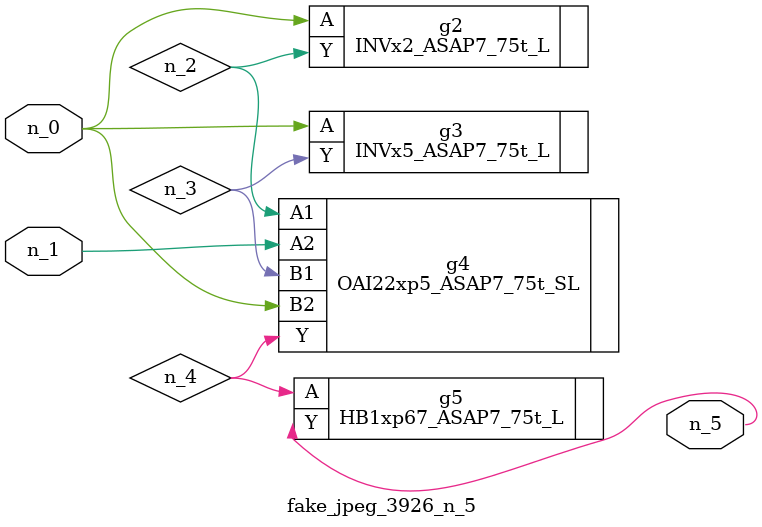
<source format=v>
module fake_jpeg_3926_n_5 (n_0, n_1, n_5);

input n_0;
input n_1;

output n_5;

wire n_3;
wire n_2;
wire n_4;

INVx2_ASAP7_75t_L g2 ( 
.A(n_0),
.Y(n_2)
);

INVx5_ASAP7_75t_L g3 ( 
.A(n_0),
.Y(n_3)
);

OAI22xp5_ASAP7_75t_SL g4 ( 
.A1(n_2),
.A2(n_1),
.B1(n_3),
.B2(n_0),
.Y(n_4)
);

HB1xp67_ASAP7_75t_L g5 ( 
.A(n_4),
.Y(n_5)
);


endmodule
</source>
